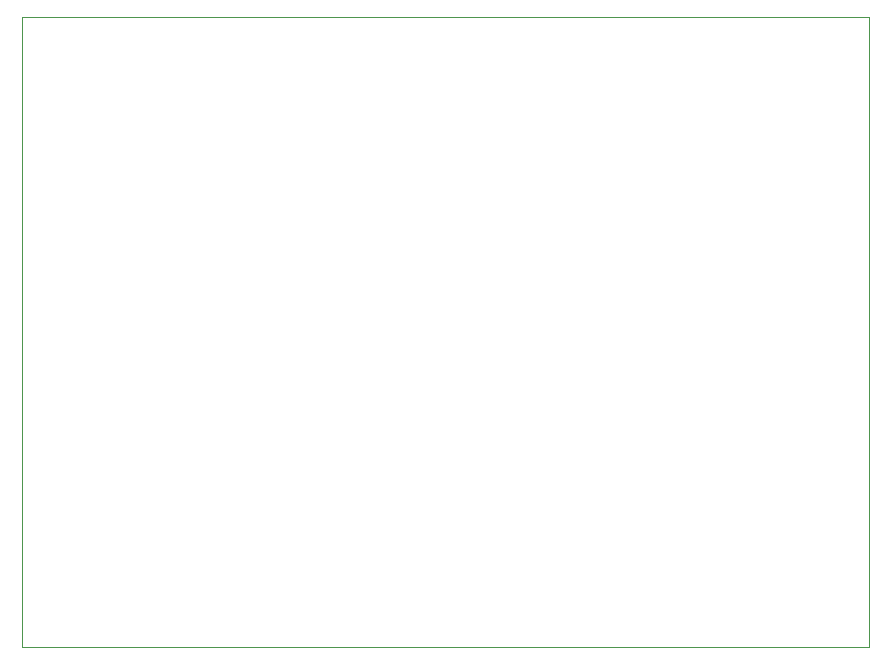
<source format=gbr>
%TF.GenerationSoftware,KiCad,Pcbnew,(6.0.5)*%
%TF.CreationDate,2024-04-02T18:11:07-05:00*%
%TF.ProjectId,final_project,66696e61-6c5f-4707-926f-6a6563742e6b,rev?*%
%TF.SameCoordinates,Original*%
%TF.FileFunction,Profile,NP*%
%FSLAX46Y46*%
G04 Gerber Fmt 4.6, Leading zero omitted, Abs format (unit mm)*
G04 Created by KiCad (PCBNEW (6.0.5)) date 2024-04-02 18:11:07*
%MOMM*%
%LPD*%
G01*
G04 APERTURE LIST*
%TA.AperFunction,Profile*%
%ADD10C,0.100000*%
%TD*%
G04 APERTURE END LIST*
D10*
X102235000Y-69215000D02*
X173990000Y-69215000D01*
X173990000Y-69215000D02*
X173990000Y-122555000D01*
X173990000Y-122555000D02*
X102235000Y-122555000D01*
X102235000Y-122555000D02*
X102235000Y-69215000D01*
M02*

</source>
